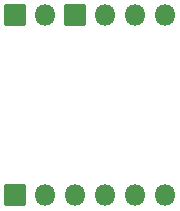
<source format=gbr>
%TF.GenerationSoftware,KiCad,Pcbnew,(6.0.5-0)*%
%TF.CreationDate,2022-08-13T19:22:48-07:00*%
%TF.ProjectId,max3100-uart-adpt,6d617833-3130-4302-9d75-6172742d6164,P1.1*%
%TF.SameCoordinates,PX6b4f310PY74ffa90*%
%TF.FileFunction,Soldermask,Top*%
%TF.FilePolarity,Negative*%
%FSLAX46Y46*%
G04 Gerber Fmt 4.6, Leading zero omitted, Abs format (unit mm)*
G04 Created by KiCad (PCBNEW (6.0.5-0)) date 2022-08-13 19:22:48*
%MOMM*%
%LPD*%
G01*
G04 APERTURE LIST*
G04 Aperture macros list*
%AMRoundRect*
0 Rectangle with rounded corners*
0 $1 Rounding radius*
0 $2 $3 $4 $5 $6 $7 $8 $9 X,Y pos of 4 corners*
0 Add a 4 corners polygon primitive as box body*
4,1,4,$2,$3,$4,$5,$6,$7,$8,$9,$2,$3,0*
0 Add four circle primitives for the rounded corners*
1,1,$1+$1,$2,$3*
1,1,$1+$1,$4,$5*
1,1,$1+$1,$6,$7*
1,1,$1+$1,$8,$9*
0 Add four rect primitives between the rounded corners*
20,1,$1+$1,$2,$3,$4,$5,0*
20,1,$1+$1,$4,$5,$6,$7,0*
20,1,$1+$1,$6,$7,$8,$9,0*
20,1,$1+$1,$8,$9,$2,$3,0*%
G04 Aperture macros list end*
%ADD10RoundRect,0.050000X0.850000X-0.850000X0.850000X0.850000X-0.850000X0.850000X-0.850000X-0.850000X0*%
%ADD11O,1.800000X1.800000*%
G04 APERTURE END LIST*
D10*
%TO.C,J3*%
X50038000Y45212000D03*
D11*
X52578000Y45212000D03*
X55118000Y45212000D03*
X57658000Y45212000D03*
%TD*%
D10*
%TO.C,J2*%
X44958000Y29972000D03*
D11*
X47498000Y29972000D03*
X50038000Y29972000D03*
X52578000Y29972000D03*
X55118000Y29972000D03*
X57658000Y29972000D03*
%TD*%
D10*
%TO.C,J1*%
X44958000Y45212000D03*
D11*
X47498000Y45212000D03*
%TD*%
M02*

</source>
